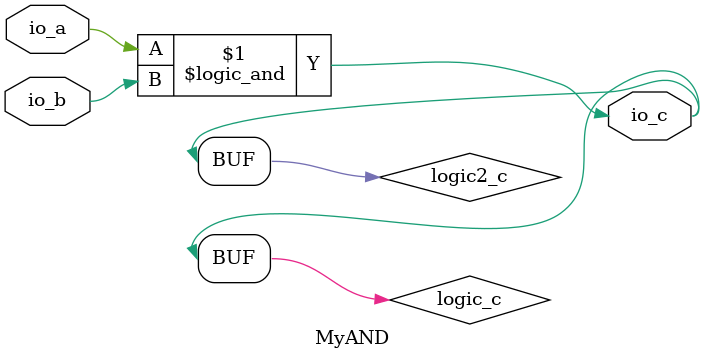
<source format=v>



module MyAND (
  input               io_a,
  input               io_b,
  output              io_c
);
  wire                logic_c;
  wire                logic2_c;

  assign logic_c = (io_a && io_b);
  assign logic2_c = (logic_c == 1'b1);
  assign io_c = logic2_c;

endmodule

</source>
